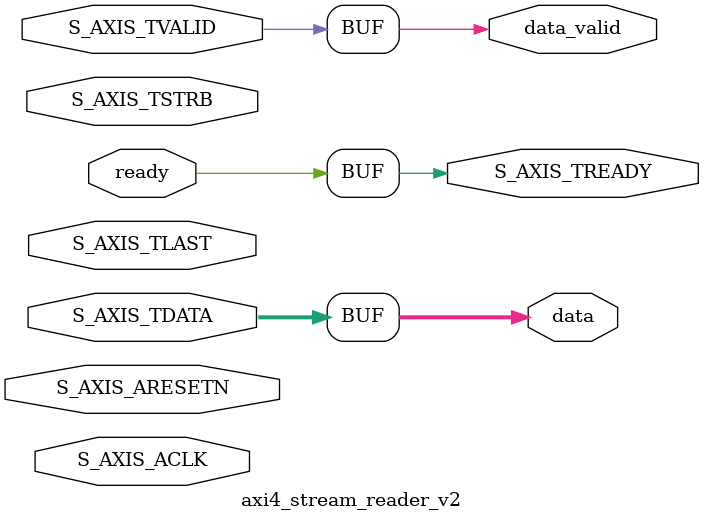
<source format=v>
`timescale 1 ns / 1 ps

module axi4_stream_reader_v2 #
  (
   parameter integer C_S_AXIS_TDATA_WIDTH = 32
   )
  (
   /* axi4-stream ports */
   input wire 								   S_AXIS_ACLK,
   input wire 								   S_AXIS_ARESETN,
   output wire 								   S_AXIS_TREADY,
   input wire [C_S_AXIS_TDATA_WIDTH-1 : 0] 	   S_AXIS_TDATA,
   input wire [(C_S_AXIS_TDATA_WIDTH/8)-1 : 0] S_AXIS_TSTRB,
   input wire 								   S_AXIS_TLAST,
   input wire 								   S_AXIS_TVALID,
   /* control signals */
   input wire 								   ready,
   output wire 								   data_valid,
   output wire [C_S_AXIS_TDATA_WIDTH-1:0] 	   data
   // FIXME: data_last
   );

  /* io connections */
  assign S_AXIS_TREADY = ready;
  assign data_valid = S_AXIS_TVALID;
  assign data = S_AXIS_TDATA;

endmodule

</source>
